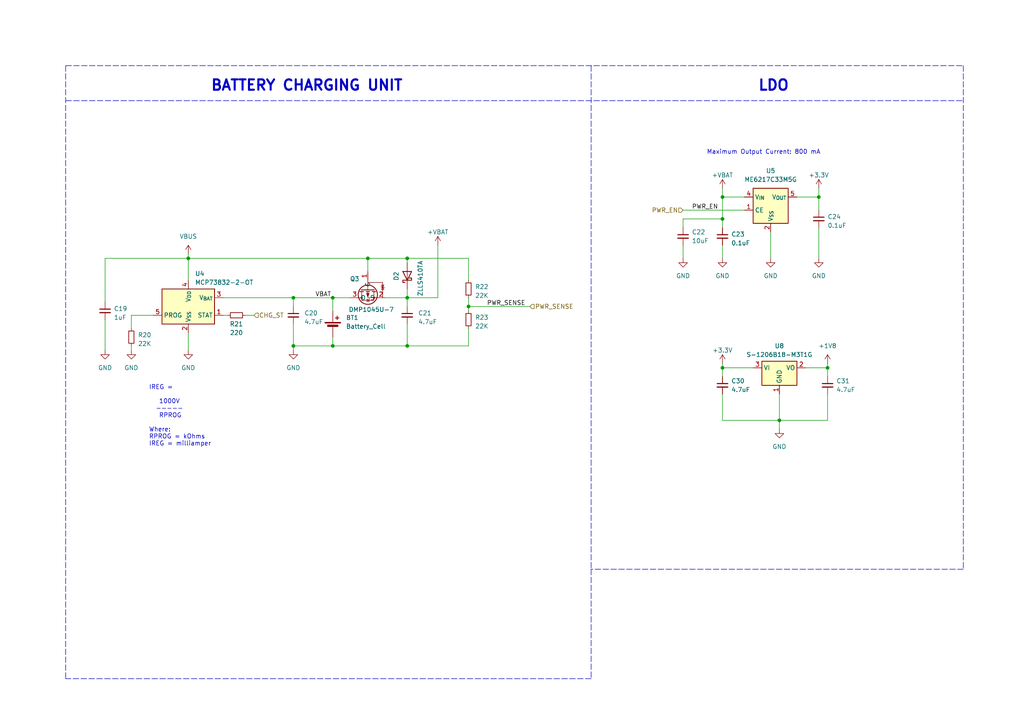
<source format=kicad_sch>
(kicad_sch (version 20231120) (generator "eeschema") (generator_version "8.0")
  (paper "A4")
  (lib_symbols
    (symbol "Battery_Management:MCP73832-2-OT"
      (property "Reference" "U" (at -7.62 6.35 0))
      (property "Value" "MCP73832-2-OT" (at 1.27 6.35 0))
      (symbol "MCP73832-2-OT_0_1"
        (rectangle (start -7.62 5.08) (end 7.62 -5.08) (stroke (width 0.254)) (fill (type background)))
      )
      (symbol "MCP73832-2-OT_1_1"
        (pin output line (at 10.16 -2.54 180) (length 2.54) (name "STAT") (number "1"))
        (pin power_in line (at 0 -7.62 90) (length 2.54) (name "V_{SS}") (number "2"))
        (pin power_out line (at 10.16 2.54 180) (length 2.54) (name "V_{BAT}") (number "3"))
        (pin power_in line (at 0 7.62 270) (length 2.54) (name "V_{DD}") (number "4"))
        (pin input line (at -10.16 -2.54 0) (length 2.54) (name "PROG") (number "5"))
      )
    )
    (symbol "Device:Battery_Cell" (pin_numbers hide) (pin_names (offset 0) hide)
      (property "Reference" "BT" (at 2.54 2.54 0))
      (property "Value" "Battery_Cell" (at 2.54 0 0))
      (symbol "Battery_Cell_0_1"
        (rectangle (start -2.286 1.778) (end 2.286 1.524) (fill (type outline)))
        (rectangle (start -1.524 1.016) (end 1.524 0.508) (fill (type outline)))
        (polyline (pts (xy 0 0.762) (xy 0 0)))
        (polyline (pts (xy 0 1.778) (xy 0 2.54)))
        (polyline (pts (xy 0.762 3.048) (xy 1.778 3.048)) (stroke (width 0.254)))
        (polyline (pts (xy 1.27 3.556) (xy 1.27 2.54)) (stroke (width 0.254)))
      )
      (symbol "Battery_Cell_1_1"
        (pin passive line (at 0 5.08 270) (length 2.54) (name "+") (number "1"))
        (pin passive line (at 0 -2.54 90) (length 2.54) (name "-") (number "2"))
      )
    )
    (symbol "Device:C_Small" (pin_numbers hide) (pin_names (offset 0.254) hide)
      (property "Reference" "C" (at 0.254 1.778 0))
      (property "Value" "C_Small" (at 0.254 -2.032 0))
      (symbol "C_Small_0_1"
        (polyline (pts (xy -1.524 -0.508) (xy 1.524 -0.508)) (stroke (width 0.3302)))
        (polyline (pts (xy -1.524 0.508) (xy 1.524 0.508)) (stroke (width 0.3048)))
      )
      (symbol "C_Small_1_1"
        (pin passive line (at 0 2.54 270) (length 2.032) (name "~") (number "1"))
        (pin passive line (at 0 -2.54 90) (length 2.032) (name "~") (number "2"))
      )
    )
    (symbol "Device:D_Schottky" (pin_numbers hide) (pin_names (offset 1.016) hide)
      (property "Reference" "D" (at 0 2.54 0))
      (property "Value" "D_Schottky" (at 0 -2.54 0))
      (symbol "D_Schottky_0_1"
        (polyline (pts (xy 1.27 0) (xy -1.27 0)))
        (polyline (pts (xy 1.27 1.27) (xy 1.27 -1.27) (xy -1.27 0) (xy 1.27 1.27)) (stroke (width 0.254)))
        (polyline (pts (xy -1.905 0.635) (xy -1.905 1.27) (xy -1.27 1.27) (xy -1.27 -1.27) (xy -0.635 -1.27) (xy -0.635 -0.635)) (stroke (width 0.254)))
      )
      (symbol "D_Schottky_1_1"
        (pin passive line (at -3.81 0 0) (length 2.54) (name "K") (number "1"))
        (pin passive line (at 3.81 0 180) (length 2.54) (name "A") (number "2"))
      )
    )
    (symbol "Device:R_Small" (pin_numbers hide) (pin_names (offset 0.254) hide)
      (property "Reference" "R" (at 0.762 0.508 0))
      (property "Value" "R_Small" (at 0.762 -1.016 0))
      (symbol "R_Small_0_1"
        (rectangle (start -0.762 1.778) (end 0.762 -1.778) (stroke (width 0.2032)))
      )
      (symbol "R_Small_1_1"
        (pin passive line (at 0 2.54 270) (length 0.762) (name "~") (number "1"))
        (pin passive line (at 0 -2.54 90) (length 0.762) (name "~") (number "2"))
      )
    )
    (symbol "LDO:ME6217C33M5G"
      (property "Reference" "U" (at 1.524 13.208 0))
      (property "Value" "ME6217C33M5G" (at 8.382 11.176 0))
      (symbol "ME6217C33M5G_1_1"
        (rectangle (start 1.27 10.16) (end 11.43 0) (stroke (width 0.254)) (fill (type background)))
        (pin power_in line (at -1.27 3.81 0) (length 2.54) (name "CE") (number "1"))
        (pin power_in line (at 6.35 -2.54 90) (length 2.54) (name "V_{SS}") (number "2"))
        (pin no_connect line (at 13.97 3.81 180) (length 2.54) hide (name "NC") (number "3"))
        (pin input line (at -1.27 7.62 0) (length 2.54) (name "V_{IN}") (number "4"))
        (pin power_out line (at 13.97 7.62 180) (length 2.54) (name "V_{OUT}") (number "5"))
      )
    )
    (symbol "LDO:S-1206B18-M3T1G"
      (property "Reference" "U" (at -4.572 5.588 0))
      (property "Value" "S-1206B18-M3T1G" (at 4.318 3.302 0))
      (symbol "S-1206B18-M3T1G_0_1"
        (rectangle (start -5.08 1.905) (end 5.08 -5.08) (stroke (width 0.254)) (fill (type background)))
      )
      (symbol "S-1206B18-M3T1G_1_1"
        (pin power_in line (at 0 -7.62 90) (length 2.54) (name "GND") (number "1"))
        (pin power_out line (at 7.62 0 180) (length 2.54) (name "VO") (number "2"))
        (pin power_in line (at -7.62 0 0) (length 2.54) (name "VI") (number "3"))
      )
    )
    (symbol "Project_Library:DMP1045U-7"
      (property "Reference" "Q" (at 0 3.81 0))
      (symbol "DMP1045U-7_0_1"
        (polyline (pts (xy 1.524 0) (xy -1.27 0)))
        (polyline (pts (xy 1.524 1.905) (xy 1.524 -1.905)) (stroke (width 0.254)))
        (polyline (pts (xy 2.032 -1.27) (xy 2.032 -2.286)) (stroke (width 0.254)))
        (polyline (pts (xy 2.032 0.508) (xy 2.032 -0.508)) (stroke (width 0.254)))
        (polyline (pts (xy 2.032 2.286) (xy 2.032 1.27)) (stroke (width 0.254)))
        (polyline (pts (xy 3.81 2.54) (xy 3.81 1.778)))
        (polyline (pts (xy 3.81 -2.54) (xy 3.81 0) (xy 2.032 0)))
        (polyline (pts (xy 0.635 -3.81) (xy 0.762 -3.937) (xy 0.762 -4.699) (xy 0.889 -4.826)))
        (polyline (pts (xy 0.7523 -4.3068) (xy 0.1173 -4.6878) (xy 0.1173 -3.9258) (xy 0.7523 -4.3068)))
        (polyline (pts (xy 0.762 -4.318) (xy 1.397 -3.937) (xy 1.397 -4.699) (xy 0.762 -4.318)))
        (polyline (pts (xy 2.032 1.778) (xy 4.572 1.778) (xy 4.572 -1.778) (xy 2.032 -1.778)))
        (polyline (pts (xy 3.556 0) (xy 2.54 0.381) (xy 2.54 -0.381) (xy 3.556 0)) (fill (type outline)))
        (polyline (pts (xy 3.7569 -4.3186) (xy 1.016 -4.318) (xy -0.6238 -4.3193) (xy -0.6238 -0.0962)))
        (polyline (pts (xy 4.064 -0.508) (xy 4.191 -0.381) (xy 4.953 -0.381) (xy 5.08 -0.254)))
        (polyline (pts (xy 4.572 -0.381) (xy 4.191 0.254) (xy 4.953 0.254) (xy 4.572 -0.381)))
        (circle (center 2.921 0) (radius 2.794) (stroke (width 0.254)))
        (circle (center 3.81 -1.778) (radius 0.254) (fill (type outline)))
        (circle (center 3.81 1.778) (radius 0.254) (fill (type outline)))
      )
      (symbol "DMP1045U-7_1_1"
        (pin passive line (at -3.81 0 0) (length 2.54) (name "G") (number "1"))
        (pin passive line (at 3.81 -5.08 90) (length 2.54) (name "S") (number "2"))
        (pin passive line (at 3.81 5.08 270) (length 2.54) (name "D") (number "3"))
      )
    )
    (symbol "power:+3.3V" (power) (pin_names (offset 0))
      (property "Value" "+3.3V" (at 0 3.556 0))
      (symbol "+3.3V_0_1"
        (polyline (pts (xy -0.762 1.27) (xy 0 2.54)))
        (polyline (pts (xy 0 0) (xy 0 2.54)))
        (polyline (pts (xy 0 2.54) (xy 0.762 1.27)))
      )
      (symbol "+3.3V_1_1"
        (pin power_in line (at 0 0 90) (length 0) hide (name "+3.3V") (number "1"))
      )
    )
    (symbol "power:+5V" (power) (pin_names (offset 0))
      (property "Value" "+5V" (at 0 3.556 0))
      (symbol "+5V_0_1"
        (polyline (pts (xy -0.762 1.27) (xy 0 2.54)))
        (polyline (pts (xy 0 0) (xy 0 2.54)))
        (polyline (pts (xy 0 2.54) (xy 0.762 1.27)))
      )
      (symbol "+5V_1_1"
        (pin power_in line (at 0 0 90) (length 0) hide (name "+5V") (number "1"))
      )
    )
    (symbol "power:GND" (power) (pin_names (offset 0))
      (property "Value" "GND" (at 0 -3.81 0))
      (symbol "GND_0_1"
        (polyline (pts (xy 0 0) (xy 0 -1.27) (xy 1.27 -1.27) (xy 0 -2.54) (xy -1.27 -1.27) (xy 0 -1.27)))
      )
      (symbol "GND_1_1"
        (pin power_in line (at 0 0 270) (length 0) hide (name "GND") (number "1"))
      )
    )
    (symbol "power:VBUS" (power) (pin_names (offset 0))
      (property "Value" "VBUS" (at 0 3.81 0))
      (symbol "VBUS_0_1"
        (polyline (pts (xy -0.762 1.27) (xy 0 2.54)))
        (polyline (pts (xy 0 0) (xy 0 2.54)))
        (polyline (pts (xy 0 2.54) (xy 0.762 1.27)))
      )
      (symbol "VBUS_1_1"
        (pin power_in line (at 0 0 90) (length 0) hide (name "VBUS") (number "1"))
      )
    )
  )
  (junction (at 96.52 86.36))
  (junction (at 135.89 88.9))
  (junction (at 209.55 106.68))
  (junction (at 240.03 106.68))
  (junction (at 118.11 86.36))
  (junction (at 226.06 121.92))
  (junction (at 118.11 100.33))
  (junction (at 237.49 57.15))
  (junction (at 96.52 100.33))
  (junction (at 209.55 63.5))
  (junction (at 85.09 86.36))
  (junction (at 85.09 100.33))
  (junction (at 54.61 74.93))
  (junction (at 106.68 74.93))
  (junction (at 118.11 74.93))
  (junction (at 209.55 57.15))
  (wire (pts (xy 231.14 57.15) (xy 237.49 57.15)))
  (wire (pts (xy 64.77 91.44) (xy 66.04 91.44)))
  (wire (pts (xy 85.09 86.36) (xy 85.09 88.9)))
  (wire (pts (xy 85.09 100.33) (xy 96.52 100.33)))
  (wire (pts (xy 237.49 57.15) (xy 237.49 60.96)))
  (polyline (pts (xy 19.05 19.05) (xy 279.4 19.05)) (stroke (width 0) (type dash)))
  (wire (pts (xy 30.48 92.71) (xy 30.48 101.6)))
  (wire (pts (xy 118.11 83.82) (xy 118.11 86.36)))
  (wire (pts (xy 209.55 57.15) (xy 209.55 54.61)))
  (wire (pts (xy 240.03 114.3) (xy 240.03 121.92)))
  (wire (pts (xy 198.12 63.5) (xy 209.55 63.5)))
  (wire (pts (xy 215.9 57.15) (xy 209.55 57.15)))
  (wire (pts (xy 118.11 76.2) (xy 118.11 74.93)))
  (wire (pts (xy 118.11 74.93) (xy 106.68 74.93)))
  (wire (pts (xy 118.11 86.36) (xy 111.76 86.36)))
  (polyline (pts (xy 171.45 19.05) (xy 171.45 165.1)) (stroke (width 0) (type dash)))
  (wire (pts (xy 226.06 121.92) (xy 209.55 121.92)))
  (wire (pts (xy 218.44 106.68) (xy 209.55 106.68)))
  (polyline (pts (xy 171.45 165.1) (xy 171.45 196.85)) (stroke (width 0) (type dash)))
  (wire (pts (xy 85.09 86.36) (xy 96.52 86.36)))
  (polyline (pts (xy 279.4 19.05) (xy 279.4 165.1)) (stroke (width 0) (type dash)))
  (wire (pts (xy 96.52 86.36) (xy 101.6 86.36)))
  (wire (pts (xy 64.77 86.36) (xy 85.09 86.36)))
  (wire (pts (xy 96.52 100.33) (xy 118.11 100.33)))
  (wire (pts (xy 209.55 121.92) (xy 209.55 114.3)))
  (wire (pts (xy 54.61 74.93) (xy 54.61 81.28)))
  (wire (pts (xy 106.68 74.93) (xy 106.68 78.74)))
  (wire (pts (xy 198.12 60.96) (xy 215.9 60.96)))
  (wire (pts (xy 118.11 93.98) (xy 118.11 100.33)))
  (wire (pts (xy 54.61 74.93) (xy 106.68 74.93)))
  (wire (pts (xy 135.89 100.33) (xy 118.11 100.33)))
  (wire (pts (xy 135.89 88.9) (xy 153.67 88.9)))
  (wire (pts (xy 233.68 106.68) (xy 240.03 106.68)))
  (wire (pts (xy 209.55 71.12) (xy 209.55 74.93)))
  (wire (pts (xy 226.06 121.92) (xy 226.06 124.46)))
  (wire (pts (xy 73.66 91.44) (xy 71.12 91.44)))
  (polyline (pts (xy 19.05 19.05) (xy 19.05 196.85)) (stroke (width 0) (type dash)))
  (wire (pts (xy 54.61 73.66) (xy 54.61 74.93)))
  (wire (pts (xy 223.52 74.93) (xy 223.52 67.31)))
  (wire (pts (xy 240.03 106.68) (xy 240.03 109.22)))
  (wire (pts (xy 135.89 74.93) (xy 135.89 81.28)))
  (wire (pts (xy 237.49 66.04) (xy 237.49 74.93)))
  (wire (pts (xy 127 71.12) (xy 127 86.36)))
  (wire (pts (xy 209.55 105.41) (xy 209.55 106.68)))
  (wire (pts (xy 96.52 97.79) (xy 96.52 100.33)))
  (wire (pts (xy 135.89 88.9) (xy 135.89 90.17)))
  (polyline (pts (xy 171.45 196.85) (xy 19.05 196.85)) (stroke (width 0) (type dash)))
  (wire (pts (xy 198.12 71.12) (xy 198.12 74.93)))
  (wire (pts (xy 118.11 86.36) (xy 118.11 88.9)))
  (polyline (pts (xy 19.05 29.21) (xy 279.4 29.21)) (stroke (width 0) (type dash)))
  (wire (pts (xy 135.89 95.25) (xy 135.89 100.33)))
  (wire (pts (xy 30.48 74.93) (xy 30.48 87.63)))
  (wire (pts (xy 240.03 105.41) (xy 240.03 106.68)))
  (wire (pts (xy 30.48 74.93) (xy 54.61 74.93)))
  (wire (pts (xy 38.1 100.33) (xy 38.1 101.6)))
  (wire (pts (xy 118.11 74.93) (xy 135.89 74.93)))
  (wire (pts (xy 38.1 91.44) (xy 38.1 95.25)))
  (wire (pts (xy 54.61 96.52) (xy 54.61 101.6)))
  (wire (pts (xy 118.11 86.36) (xy 127 86.36)))
  (wire (pts (xy 44.45 91.44) (xy 38.1 91.44)))
  (wire (pts (xy 96.52 86.36) (xy 96.52 90.17)))
  (wire (pts (xy 198.12 66.04) (xy 198.12 63.5)))
  (wire (pts (xy 135.89 86.36) (xy 135.89 88.9)))
  (wire (pts (xy 209.55 63.5) (xy 209.55 66.04)))
  (wire (pts (xy 226.06 114.3) (xy 226.06 121.92)))
  (wire (pts (xy 240.03 121.92) (xy 226.06 121.92)))
  (wire (pts (xy 209.55 57.15) (xy 209.55 63.5)))
  (wire (pts (xy 85.09 93.98) (xy 85.09 100.33)))
  (wire (pts (xy 237.49 54.61) (xy 237.49 57.15)))
  (wire (pts (xy 209.55 106.68) (xy 209.55 109.22)))
  (polyline (pts (xy 279.4 165.1) (xy 171.45 165.1)) (stroke (width 0) (type dash)))
  (wire (pts (xy 85.09 100.33) (xy 85.09 101.6)))
  (text "Maximum Output Current: 800 mA" (at 221.488 44.196 0) (effects (font (size 1.27 1.27))))
  (text "LDO\n" (at 219.71 26.67 0) (effects (font (size 3 3) (bold yes)) (justify left bottom)))
  (text "BATTERY CHARGING UNIT" (at 60.96 26.67 0) (effects (font (size 3 3) (bold yes)) (justify left bottom)))
  (text "IREG = \n\n   1000V\n  -----\n   RPROG\n\nWhere:\nRPROG = kOhms\nIREG = milliamper" (at 43.18 129.54 0) (effects (font (size 1.27 1.27)) (justify left bottom)))
  (label "PWR_EN" (at 200.66 60.96 0))
  (label "VBAT" (at 91.44 86.36 0))
  (label "PWR_SENSE" (at 152.4 88.9 180))
  (hierarchical_label "PWR_SENSE" (shape input) (at 153.67 88.9 0))
  (hierarchical_label "PWR_EN" (shape input) (at 198.12 60.96 180))
  (hierarchical_label "CHG_ST" (shape input) (at 73.66 91.44 0))
  (symbol (lib_id "Device:C_Small") (at 198.12 68.58 0) (unit 1)
    (property "Reference" "C22" (at 200.66 67.3162 0) (effects (justify left)))
    (property "Value" "10uF" (at 200.66 69.8562 0) (effects (justify left)))
    (property "Footprint" "Capacitor_SMD:C_0603_1608Metric" (effects (hide yes)))
  )
  (symbol (lib_id "power:GND") (at 85.09 101.6 0) (unit 1)
    (property "Reference" "#PWR037" (effects (hide yes)))
    (property "Value" "GND" (at 85.09 106.68 0))
  )
  (symbol (lib_id "Device:R_Small") (at 135.89 92.71 0) (unit 1)
    (property "Reference" "R23" (at 137.795 92.075 0) (effects (justify left)))
    (property "Value" "22K" (at 137.795 94.615 0) (effects (justify left)))
    (property "Footprint" "Resistor_SMD:R_0402_1005Metric" (effects (hide yes)))
  )
  (symbol (lib_id "power:+3.3V") (at 237.49 54.61 0) (unit 1)
    (property "Reference" "#PWR043" (effects (hide yes)))
    (property "Value" "+3.3V" (at 237.49 50.8 0))
  )
  (symbol (lib_id "LDO:ME6217C33M5G") (at 217.17 64.77 0) (unit 1)
    (property "Reference" "U5" (at 223.52 49.53 0))
    (property "Value" "ME6217C33M5G" (at 223.52 52.07 0))
    (property "Footprint" "Package_TO_SOT_SMD:SOT-23-5" (effects (hide yes)))
    (property "Datasheet" "https://www.lcsc.com/datasheet/lcsc_datasheet_1912111437_MICRONE-Nanjing-Micro-One-Elec-ME6217C33M5G_C427602.pdf" (effects (hide yes)))
  )
  (symbol (lib_id "power:+5V") (at 209.55 54.61 0) (unit 1)
    (property "Reference" "#PWR040" (effects (hide yes)))
    (property "Value" "+VBAT" (at 209.55 50.8 0))
  )
  (symbol (lib_id "power:GND") (at 237.49 74.93 0) (unit 1)
    (property "Reference" "#PWR044" (effects (hide yes)))
    (property "Value" "GND" (at 237.49 80.01 0))
  )
  (symbol (lib_id "Device:D_Schottky") (at 118.11 80.01 90) (unit 1)
    (property "Reference" "D2" (at 114.935 78.74 0) (effects (justify right)))
    (property "Value" "ZLLS410TA" (at 121.92 75.565 0) (effects (justify right)))
    (property "Footprint" "Diode_SMD:D_SOD-323F" (effects (hide yes)))
  )
  (symbol (lib_id "Device:Battery_Cell") (at 96.52 95.25 0) (unit 1)
    (property "Reference" "BT1" (at 100.33 92.1384 0) (effects (justify left)))
    (property "Value" "Battery_Cell" (at 100.33 94.6784 0) (effects (justify left)))
    (property "Footprint" "Project:WLY902025" (effects (hide yes)))
    (property "Description" "Single-cell battery" (effects (hide yes)))
  )
  (symbol (lib_id "Device:C_Small") (at 30.48 90.17 0) (unit 1)
    (property "Reference" "C19" (at 33.02 89.5413 0) (effects (justify left)))
    (property "Value" "1uF" (at 33.02 92.0813 0) (effects (justify left)))
    (property "Footprint" "Capacitor_SMD:C_0603_1608Metric" (effects (hide yes)))
  )
  (symbol (lib_id "power:GND") (at 226.06 124.46 0) (unit 1)
    (property "Reference" "#PWR076" (effects (hide yes)))
    (property "Value" "GND" (at 226.06 129.54 0))
  )
  (symbol (lib_id "Device:C_Small") (at 209.55 68.58 0) (unit 1)
    (property "Reference" "C23" (at 212.09 67.9513 0) (effects (justify left)))
    (property "Value" "0.1uF" (at 212.09 70.4913 0) (effects (justify left)))
    (property "Footprint" "Capacitor_SMD:C_0603_1608Metric" (effects (hide yes)))
  )
  (symbol (lib_id "power:+3.3V") (at 240.03 105.41 0) (mirror y) (unit 1)
    (property "Reference" "#PWR075" (effects (hide yes)))
    (property "Value" "+1V8" (at 240.03 100.33 0))
  )
  (symbol (lib_id "power:GND") (at 38.1 101.6 0) (unit 1)
    (property "Reference" "#PWR034" (effects (hide yes)))
    (property "Value" "GND" (at 38.1 106.68 0))
  )
  (symbol (lib_id "power:VBUS") (at 54.61 73.66 0) (unit 1)
    (property "Reference" "#PWR?" (effects (hide yes)))
    (property "Value" "VBUS" (at 54.61 68.58 0))
    (instances (project "BEEWATCH" (path "" (reference "#PWR?") (unit 1)) (path "" (reference "#PWR?") (unit 1)) (path "" (reference "#PWR035") (unit 1))))
  )
  (symbol (lib_id "power:+5V") (at 127 71.12 0) (unit 1)
    (property "Reference" "#PWR038" (effects (hide yes)))
    (property "Value" "+VBAT" (at 127 67.31 0))
  )
  (symbol (lib_id "Device:C_Small") (at 85.09 91.44 0) (unit 1)
    (property "Reference" "C20" (at 88.265 90.8113 0) (effects (justify left)))
    (property "Value" "4.7uF" (at 88.265 93.3513 0) (effects (justify left)))
    (property "Footprint" "Capacitor_SMD:C_0603_1608Metric" (effects (hide yes)))
  )
  (symbol (lib_id "Device:C_Small") (at 237.49 63.5 0) (unit 1)
    (property "Reference" "C24" (at 240.03 62.8713 0) (effects (justify left)))
    (property "Value" "0.1uF" (at 240.03 65.4113 0) (effects (justify left)))
    (property "Footprint" "Capacitor_SMD:C_0603_1608Metric" (effects (hide yes)))
  )
  (symbol (lib_id "Device:R_Small") (at 38.1 97.79 0) (unit 1)
    (property "Reference" "R20" (at 40.005 97.155 0) (effects (justify left)))
    (property "Value" "22K" (at 40.005 99.695 0) (effects (justify left)))
    (property "Footprint" "Resistor_SMD:R_0402_1005Metric" (effects (hide yes)))
  )
  (symbol (lib_id "Device:R_Small") (at 68.58 91.44 90) (unit 1)
    (property "Reference" "R21" (at 68.58 93.98 90))
    (property "Value" "220" (at 68.58 96.52 90))
    (property "Footprint" "Resistor_SMD:R_0402_1005Metric" (effects (hide yes)))
  )
  (symbol (lib_id "Project_Library:DMP1045U-7") (at 106.68 82.55 90) (mirror x) (unit 1)
    (property "Reference" "Q3" (at 102.87 80.899 90))
    (property "Value" "DMP1045U-7" (at 107.696 89.789 90))
    (property "Footprint" "Package_TO_SOT_SMD:SOT-23-3" (effects (hide yes)))
  )
  (symbol (lib_id "power:GND") (at 198.12 74.93 0) (unit 1)
    (property "Reference" "#PWR039" (effects (hide yes)))
    (property "Value" "GND" (at 198.12 80.01 0))
  )
  (symbol (lib_id "Device:R_Small") (at 135.89 83.82 0) (unit 1)
    (property "Reference" "R22" (at 137.795 83.185 0) (effects (justify left)))
    (property "Value" "22K" (at 137.795 85.725 0) (effects (justify left)))
    (property "Footprint" "Resistor_SMD:R_0402_1005Metric" (effects (hide yes)))
  )
  (symbol (lib_id "Battery_Management:MCP73832-2-OT") (at 54.61 88.9 0) (unit 1)
    (property "Reference" "U4" (at 56.5659 79.375 0) (effects (justify left)))
    (property "Value" "MCP73832-2-OT" (at 56.5659 81.915 0) (effects (justify left)))
    (property "Footprint" "Package_TO_SOT_SMD:SOT-23-5" (effects (hide yes)))
    (property "Datasheet" "http://ww1.microchip.com/downloads/en/DeviceDoc/20001984g.pdf" (effects (hide yes)))
  )
  (symbol (lib_id "power:+3.3V") (at 209.55 105.41 0) (unit 1)
    (property "Reference" "#PWR073" (effects (hide yes)))
    (property "Value" "+3.3V" (at 209.55 101.6 0))
  )
  (symbol (lib_id "power:GND") (at 30.48 101.6 0) (unit 1)
    (property "Reference" "#PWR033" (effects (hide yes)))
    (property "Value" "GND" (at 30.48 106.68 0))
  )
  (symbol (lib_id "Device:C_Small") (at 118.11 91.44 0) (unit 1)
    (property "Reference" "C21" (at 121.285 90.8113 0) (effects (justify left)))
    (property "Value" "4.7uF" (at 121.285 93.3513 0) (effects (justify left)))
    (property "Footprint" "Capacitor_SMD:C_0603_1608Metric" (effects (hide yes)))
  )
  (symbol (lib_id "power:GND") (at 54.61 101.6 0) (unit 1)
    (property "Reference" "#PWR036" (effects (hide yes)))
    (property "Value" "GND" (at 54.61 106.68 0))
  )
  (symbol (lib_id "power:GND") (at 209.55 74.93 0) (unit 1)
    (property "Reference" "#PWR041" (effects (hide yes)))
    (property "Value" "GND" (at 209.55 80.01 0))
  )
  (symbol (lib_id "LDO:S-1206B18-M3T1G") (at 226.06 106.68 0) (unit 1)
    (property "Reference" "U8" (at 226.06 100.33 0))
    (property "Value" "S-1206B18-M3T1G" (at 226.06 102.87 0))
    (property "Footprint" "Package_TO_SOT_SMD:SOT-23-3" (effects (hide yes)))
  )
  (symbol (lib_id "Device:C_Small") (at 240.03 111.76 0) (unit 1)
    (property "Reference" "C31" (at 242.57 110.4962 0) (effects (justify left)))
    (property "Value" "4.7uF" (at 242.57 113.0362 0) (effects (justify left)))
    (property "Footprint" "Capacitor_SMD:C_0603_1608Metric" (effects (hide yes)))
  )
  (symbol (lib_id "power:GND") (at 223.52 74.93 0) (unit 1)
    (property "Reference" "#PWR042" (effects (hide yes)))
    (property "Value" "GND" (at 223.52 80.01 0))
  )
  (symbol (lib_id "Device:C_Small") (at 209.55 111.76 0) (unit 1)
    (property "Reference" "C30" (at 212.09 110.4962 0) (effects (justify left)))
    (property "Value" "4.7uF" (at 212.09 113.0362 0) (effects (justify left)))
    (property "Footprint" "Capacitor_SMD:C_0603_1608Metric" (effects (hide yes)))
  )
)
</source>
